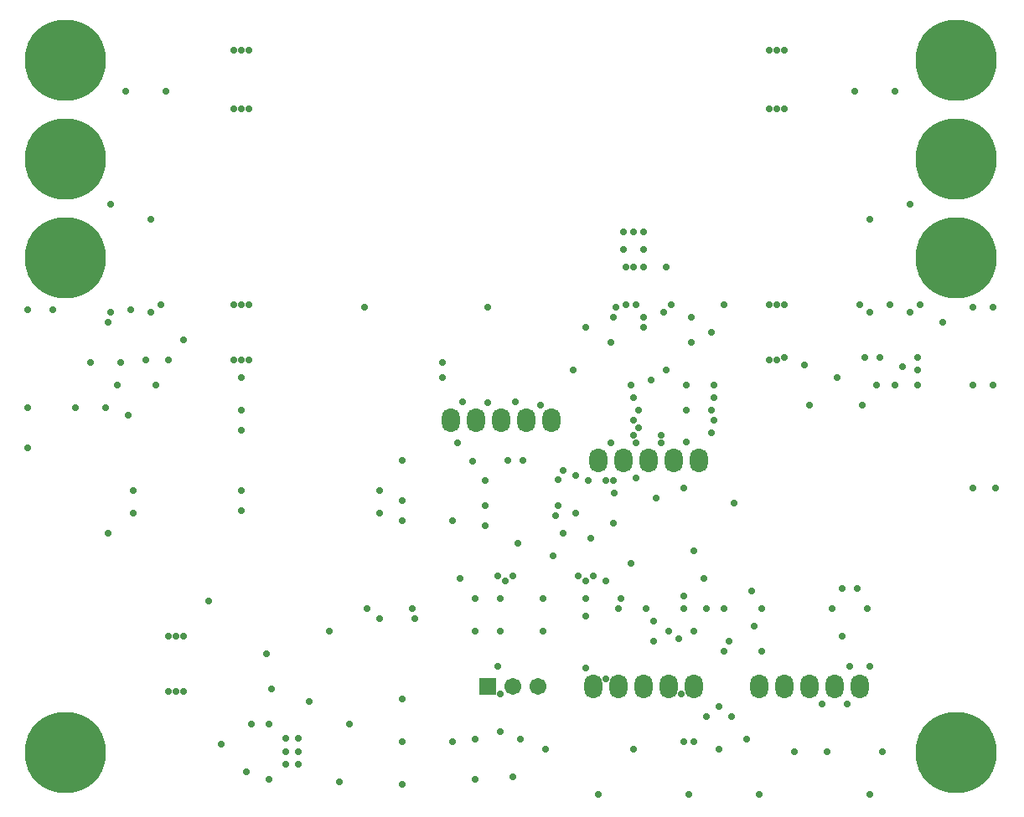
<source format=gbs>
G04 Layer_Color=16711935*
%FSLAX25Y25*%
%MOIN*%
G70*
G01*
G75*
%ADD71O,0.07099X0.09658*%
%ADD72C,0.32296*%
%ADD73C,0.06706*%
%ADD74R,0.06706X0.06706*%
%ADD75C,0.02768*%
D71*
X250000Y46000D02*
D03*
X260000D02*
D03*
X270000D02*
D03*
X240000D02*
D03*
X230000D02*
D03*
X296000D02*
D03*
X306000D02*
D03*
X336000D02*
D03*
X326000D02*
D03*
X316000D02*
D03*
X232000Y136000D02*
D03*
X242000D02*
D03*
X272000D02*
D03*
X262000D02*
D03*
X252000D02*
D03*
X173259Y152000D02*
D03*
X183259D02*
D03*
X213259D02*
D03*
X203259D02*
D03*
X193259D02*
D03*
D72*
X19685Y216535D02*
D03*
X374016Y19685D02*
D03*
X19685D02*
D03*
Y295276D02*
D03*
X374016D02*
D03*
X19685Y255906D02*
D03*
X374016Y216535D02*
D03*
Y255906D02*
D03*
D73*
X208000Y46000D02*
D03*
X198000D02*
D03*
D74*
X188000D02*
D03*
D75*
X101000Y31000D02*
D03*
Y9000D02*
D03*
X112559Y14882D02*
D03*
X107441D02*
D03*
X112559Y20000D02*
D03*
X107441D02*
D03*
X112559Y25118D02*
D03*
X107441D02*
D03*
X246000Y227000D02*
D03*
X327000Y169000D02*
D03*
X237000Y143000D02*
D03*
X235000Y88000D02*
D03*
X254000Y72000D02*
D03*
X193000Y28000D02*
D03*
X174000Y24000D02*
D03*
X133000Y31000D02*
D03*
X5000Y141000D02*
D03*
X40545Y165902D02*
D03*
X61000Y176000D02*
D03*
X52000D02*
D03*
X139000Y197000D02*
D03*
X353000Y173087D02*
D03*
X344000Y177000D02*
D03*
X277000Y187000D02*
D03*
X269000Y193000D02*
D03*
X247000Y198000D02*
D03*
X282000D02*
D03*
X192000Y54000D02*
D03*
X154000Y41000D02*
D03*
X183000Y9000D02*
D03*
X154000Y7000D02*
D03*
X154000Y24000D02*
D03*
X37000Y191000D02*
D03*
X42000Y175000D02*
D03*
X67000Y184000D02*
D03*
X58000Y198000D02*
D03*
X46000Y196000D02*
D03*
X5000D02*
D03*
Y157000D02*
D03*
X24000D02*
D03*
X77000Y80000D02*
D03*
X37000Y107000D02*
D03*
X177000Y89000D02*
D03*
X125000Y68000D02*
D03*
X47000Y115000D02*
D03*
Y124000D02*
D03*
X36000Y157000D02*
D03*
X145000Y124000D02*
D03*
Y115000D02*
D03*
X90000Y116000D02*
D03*
Y124000D02*
D03*
Y148000D02*
D03*
Y156000D02*
D03*
X237000Y183000D02*
D03*
X227000Y189000D02*
D03*
X176000Y143000D02*
D03*
X178000Y159087D02*
D03*
X188000Y159000D02*
D03*
X170000Y169000D02*
D03*
Y175000D02*
D03*
X87000Y198000D02*
D03*
X93000D02*
D03*
X90000D02*
D03*
X87000Y176000D02*
D03*
X93000D02*
D03*
X90000D02*
D03*
Y169000D02*
D03*
X235000Y128000D02*
D03*
X228000D02*
D03*
X218000Y132000D02*
D03*
X215000Y114000D02*
D03*
X266000Y125000D02*
D03*
X247000Y128913D02*
D03*
X286000Y119000D02*
D03*
X270000Y100000D02*
D03*
X255000Y121000D02*
D03*
X284000Y64000D02*
D03*
X294000Y70000D02*
D03*
X293000Y84000D02*
D03*
X335000Y85000D02*
D03*
X329000D02*
D03*
X316000Y158000D02*
D03*
X337000D02*
D03*
X390000Y125000D02*
D03*
X381000D02*
D03*
X389000Y166000D02*
D03*
X381000D02*
D03*
X359000Y177000D02*
D03*
X342545Y165902D02*
D03*
X338000Y177000D02*
D03*
X239000Y197000D02*
D03*
X222000Y172000D02*
D03*
X250000Y189000D02*
D03*
X258000Y195000D02*
D03*
X269000Y183000D02*
D03*
X314000Y174000D02*
D03*
X277000Y147000D02*
D03*
Y156000D02*
D03*
X278000Y166000D02*
D03*
X267000D02*
D03*
Y156000D02*
D03*
Y143087D02*
D03*
X259000Y172000D02*
D03*
X245000Y166000D02*
D03*
X253000Y168000D02*
D03*
X257000Y143000D02*
D03*
X247000D02*
D03*
X248000Y149000D02*
D03*
Y156000D02*
D03*
X209000Y158000D02*
D03*
X200000Y103000D02*
D03*
X196000Y136000D02*
D03*
X202000D02*
D03*
X218000Y107000D02*
D03*
X214000Y98000D02*
D03*
X100000Y59000D02*
D03*
X82000Y23000D02*
D03*
X94000Y31000D02*
D03*
X102000Y45000D02*
D03*
X129000Y8000D02*
D03*
X183000Y25000D02*
D03*
X201000D02*
D03*
X246000Y21000D02*
D03*
X211000D02*
D03*
X193000Y43000D02*
D03*
X235000Y49000D02*
D03*
X265000Y43000D02*
D03*
X268000Y3000D02*
D03*
X291000Y25000D02*
D03*
X310000Y20000D02*
D03*
X323000D02*
D03*
X331000Y39000D02*
D03*
X345000Y20000D02*
D03*
X321000Y39000D02*
D03*
X275000Y34000D02*
D03*
X285000D02*
D03*
X274000Y89000D02*
D03*
X266000Y82000D02*
D03*
X264000Y65000D02*
D03*
X254000Y64000D02*
D03*
X227000Y53087D02*
D03*
Y74000D02*
D03*
X210000Y68000D02*
D03*
X183000D02*
D03*
X193000D02*
D03*
X183000Y81000D02*
D03*
X193000D02*
D03*
X227000D02*
D03*
X210000D02*
D03*
X241000D02*
D03*
X145000Y73000D02*
D03*
X159000D02*
D03*
X61000Y66000D02*
D03*
X67000D02*
D03*
X64000D02*
D03*
X61000Y44000D02*
D03*
X67000D02*
D03*
X64000D02*
D03*
X117000Y40000D02*
D03*
X92000Y12000D02*
D03*
X198000Y10000D02*
D03*
X232000Y3000D02*
D03*
X270000Y24000D02*
D03*
X266000D02*
D03*
X296000Y3000D02*
D03*
X340000D02*
D03*
Y54000D02*
D03*
X332000D02*
D03*
X329000Y66000D02*
D03*
X360000Y198000D02*
D03*
X188000Y197000D02*
D03*
X348000Y198000D02*
D03*
X336000D02*
D03*
X300000Y176000D02*
D03*
X306000Y177000D02*
D03*
X303000Y176000D02*
D03*
X306000Y198000D02*
D03*
X303000D02*
D03*
X300000D02*
D03*
X381000Y197000D02*
D03*
X389000D02*
D03*
X369000Y191000D02*
D03*
X350000Y283000D02*
D03*
X334000D02*
D03*
X300000Y299315D02*
D03*
X306000D02*
D03*
X303000D02*
D03*
X306000Y276000D02*
D03*
X300000D02*
D03*
X303000D02*
D03*
X60000Y283000D02*
D03*
X44000D02*
D03*
X87000Y276000D02*
D03*
X93000D02*
D03*
X87000Y299315D02*
D03*
X93000D02*
D03*
X90000Y276000D02*
D03*
Y299315D02*
D03*
X216000Y118000D02*
D03*
X223000Y115000D02*
D03*
Y130000D02*
D03*
X246000Y146000D02*
D03*
X257000D02*
D03*
X238000Y193000D02*
D03*
X250000D02*
D03*
X245000Y95000D02*
D03*
X238000Y111000D02*
D03*
X229000Y105000D02*
D03*
X230000Y90000D02*
D03*
X227000Y88000D02*
D03*
X192000Y90000D02*
D03*
X195000Y88000D02*
D03*
X198000Y90000D02*
D03*
X224000D02*
D03*
X266000Y77000D02*
D03*
X275000D02*
D03*
X251000D02*
D03*
X339000D02*
D03*
X325000D02*
D03*
X297000D02*
D03*
X282000D02*
D03*
X240000D02*
D03*
X158000D02*
D03*
X140000D02*
D03*
X260000Y68000D02*
D03*
X270000D02*
D03*
X215925Y128075D02*
D03*
X297000Y60000D02*
D03*
X282000D02*
D03*
X182000Y135457D02*
D03*
X246000Y161000D02*
D03*
X278000D02*
D03*
Y152000D02*
D03*
X246000D02*
D03*
X356000Y195000D02*
D03*
X340000D02*
D03*
X38000D02*
D03*
X54000D02*
D03*
X187000Y110000D02*
D03*
X199000Y159087D02*
D03*
X187000Y128000D02*
D03*
X356000Y238000D02*
D03*
X38000D02*
D03*
X340000Y232000D02*
D03*
X54000D02*
D03*
X243000Y198000D02*
D03*
X238000Y128000D02*
D03*
X238043Y122957D02*
D03*
X280000Y38000D02*
D03*
Y21000D02*
D03*
X56000Y166000D02*
D03*
X349969D02*
D03*
X359000D02*
D03*
Y172000D02*
D03*
X259000Y213000D02*
D03*
X243000D02*
D03*
X246000D02*
D03*
X261000Y198000D02*
D03*
X242000Y220000D02*
D03*
X250000D02*
D03*
Y213000D02*
D03*
Y227000D02*
D03*
X242000D02*
D03*
X154000Y112000D02*
D03*
X187000Y118000D02*
D03*
X154000Y120000D02*
D03*
X174000Y112000D02*
D03*
X15000Y196000D02*
D03*
X154000Y136000D02*
D03*
X30000Y175000D02*
D03*
X45000Y154000D02*
D03*
M02*

</source>
